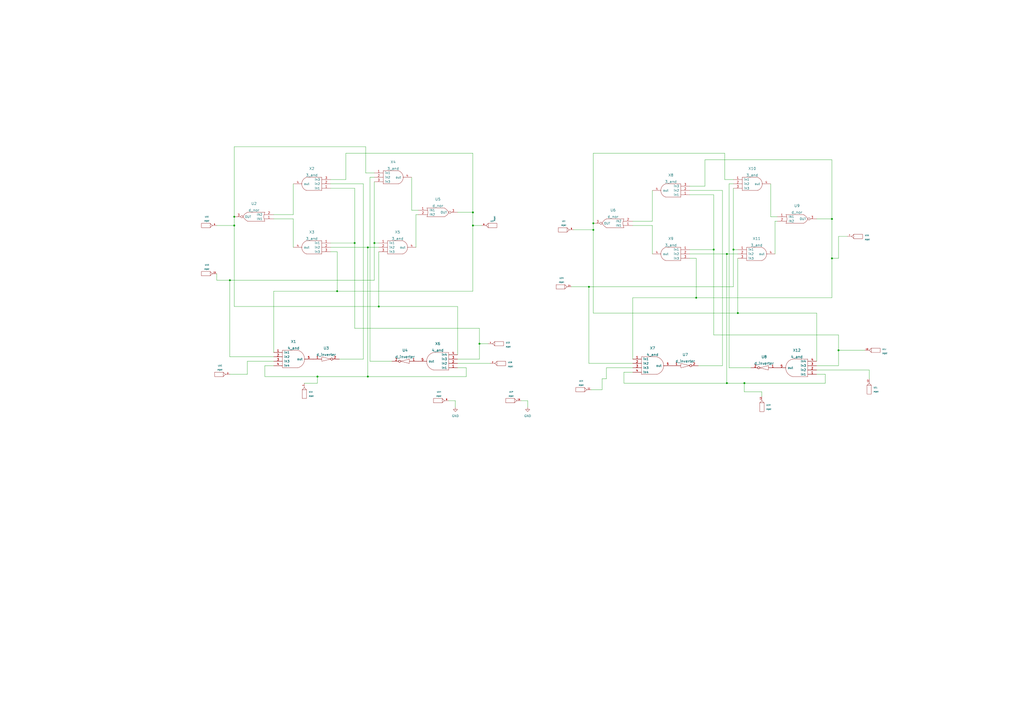
<source format=kicad_sch>
(kicad_sch (version 20211123) (generator eeschema)
  (paper "A2")
  (lib_symbols
    (symbol "eSim_Digital:d_inverter" (pin_names (offset 1.016))
      (property "Reference" "U" (at 0 -2.54 0))
      (property "Value" "d_inverter" (at 0 3.81 0))
      (symbol "d_inverter_0_1"
        (polyline (pts (xy -2.54 1.27) (xy -2.54 -1.27) (xy 2.54 0) (xy -2.54 1.27)))
      )
      (symbol "d_inverter_1_1"
        (pin input line (at -7.62 0 0) (length 5.08) (name "~") (number "1"))
        (pin output inverted (at 7.62 0 180) (length 5.08) (name "~") (number "2"))
      )
    )
    (symbol "eSim_Digital:d_nor" (pin_names (offset 1.016))
      (property "Reference" "U" (at 0 0 0))
      (property "Value" "d_nor" (at 1.27 2.54 0))
      (symbol "d_nor_0_1"
        (arc (start -6.35 -1.27) (mid -5.7504 1.27) (end -6.35 3.81))
        (polyline (pts (xy -6.35 -1.27) (xy 3.81 -1.27)))
        (polyline (pts (xy -6.35 3.81) (xy 3.81 3.81)))
        (arc (start 3.81 -1.27) (mid 5.3181 -0.2399) (end 6.35 1.27))
        (arc (start 6.35 1.27) (mid 5.2222 2.6828) (end 3.81 3.81))
      )
      (symbol "d_nor_1_1"
        (pin input line (at -11.43 2.54 0) (length 5.461) (name "IN1") (number "1"))
        (pin input line (at -11.43 0 0) (length 5.461) (name "IN2") (number "2"))
        (pin output inverted (at 11.43 1.27 180) (length 5.08) (name "OUT") (number "3"))
      )
    )
    (symbol "eSim_Miscellaneous:PORT" (pin_names (offset 1.016))
      (property "Reference" "U" (at 1.27 2.54 0))
      (property "Value" "PORT" (at 0 0 0))
      (symbol "PORT_0_1"
        (rectangle (start -2.54 1.27) (end 2.54 -1.27))
        (arc (start 2.54 1.27) (mid 3.1355 0.5955) (end 3.81 0))
        (arc (start 3.81 0) (mid 3.1447 -0.6046) (end 2.54 -1.27))
      )
      (symbol "PORT_1_1"
        (pin bidirectional line (at 6.35 0 180) (length 2.54) (name "~") (number "1"))
      )
      (symbol "PORT_2_1"
        (pin bidirectional line (at 6.35 0 180) (length 2.54) (name "~") (number "2"))
      )
      (symbol "PORT_3_1"
        (pin bidirectional line (at 6.35 0 180) (length 2.54) (name "~") (number "3"))
      )
      (symbol "PORT_4_1"
        (pin bidirectional line (at 6.35 0 180) (length 2.54) (name "~") (number "4"))
      )
      (symbol "PORT_5_1"
        (pin bidirectional line (at 6.35 0 180) (length 2.54) (name "~") (number "5"))
      )
      (symbol "PORT_6_1"
        (pin bidirectional line (at 6.35 0 180) (length 2.54) (name "~") (number "6"))
      )
      (symbol "PORT_7_1"
        (pin bidirectional line (at 6.35 0 180) (length 2.54) (name "~") (number "7"))
      )
      (symbol "PORT_8_1"
        (pin bidirectional line (at 6.35 0 180) (length 2.54) (name "~") (number "8"))
      )
      (symbol "PORT_9_1"
        (pin bidirectional line (at 6.35 0 180) (length 2.54) (name "~") (number "9"))
      )
      (symbol "PORT_10_1"
        (pin bidirectional line (at 6.35 0 180) (length 2.54) (name "~") (number "10"))
      )
      (symbol "PORT_11_1"
        (pin bidirectional line (at 6.35 0 180) (length 2.54) (name "~") (number "11"))
      )
      (symbol "PORT_12_1"
        (pin bidirectional line (at 6.35 0 180) (length 2.54) (name "~") (number "12"))
      )
      (symbol "PORT_13_1"
        (pin bidirectional line (at 6.35 0 180) (length 2.54) (name "~") (number "13"))
      )
      (symbol "PORT_14_1"
        (pin bidirectional line (at 6.35 0 180) (length 2.54) (name "~") (number "14"))
      )
      (symbol "PORT_15_1"
        (pin bidirectional line (at 6.35 0 180) (length 2.54) (name "~") (number "15"))
      )
      (symbol "PORT_16_1"
        (pin bidirectional line (at 6.35 0 180) (length 2.54) (name "~") (number "16"))
      )
      (symbol "PORT_17_1"
        (pin bidirectional line (at 6.35 0 180) (length 2.54) (name "~") (number "17"))
      )
      (symbol "PORT_18_1"
        (pin bidirectional line (at 6.35 0 180) (length 2.54) (name "~") (number "18"))
      )
      (symbol "PORT_19_1"
        (pin bidirectional line (at 6.35 0 180) (length 2.54) (name "~") (number "19"))
      )
      (symbol "PORT_20_1"
        (pin bidirectional line (at 6.35 0 180) (length 2.54) (name "~") (number "20"))
      )
      (symbol "PORT_21_1"
        (pin bidirectional line (at 6.35 0 180) (length 2.54) (name "~") (number "21"))
      )
      (symbol "PORT_22_1"
        (pin bidirectional line (at 6.35 0 180) (length 2.54) (name "~") (number "22"))
      )
      (symbol "PORT_23_1"
        (pin bidirectional line (at 6.35 0 180) (length 2.54) (name "~") (number "23"))
      )
      (symbol "PORT_24_1"
        (pin bidirectional line (at 6.35 0 180) (length 2.54) (name "~") (number "24"))
      )
      (symbol "PORT_25_1"
        (pin bidirectional line (at 6.35 0 180) (length 2.54) (name "~") (number "25"))
      )
      (symbol "PORT_26_1"
        (pin bidirectional line (at 6.35 0 180) (length 2.54) (name "~") (number "26"))
      )
    )
    (symbol "eSim_Power:eSim_GND" (power) (pin_names (offset 0))
      (property "Value" "eSim_GND" (at 0 -3.81 0))
      (symbol "eSim_GND_0_1"
        (polyline (pts (xy 0 0) (xy 0 -1.27) (xy 1.27 -1.27) (xy 0 -2.54) (xy -1.27 -1.27) (xy 0 -1.27)))
      )
      (symbol "eSim_GND_1_1"
        (pin power_in line (at 0 0 270) (length 0) hide (name "GND") (number "1"))
      )
    )
    (symbol "eSim_Subckt:3_and" (pin_names (offset 1.016))
      (property "Reference" "X" (at 2.54 -1.27 0))
      (property "Value" "3_and" (at 3.81 3.81 0))
      (symbol "3_and_0_1"
        (polyline (pts (xy -3.81 5.08) (xy 5.08 5.08)))
        (polyline (pts (xy -3.81 5.08) (xy -3.81 -2.54) (xy 5.08 -2.54)))
        (arc (start 5.08 -2.54) (mid 7.8261 1.27) (end 5.08 5.08))
      )
      (symbol "3_and_1_1"
        (pin input line (at -8.89 3.81 0) (length 5.08) (name "in1") (number "1"))
        (pin input line (at -8.89 1.27 0) (length 5.08) (name "in2") (number "2"))
        (pin input line (at -8.89 -1.27 0) (length 5.08) (name "in3") (number "3"))
        (pin output line (at 12.7 1.27 180) (length 5.08) (name "out") (number "4"))
      )
    )
    (symbol "eSim_Subckt:4_and" (pin_names (offset 1.016))
      (property "Reference" "X" (at 1.27 -1.27 0))
      (property "Value" "4_and" (at 2.54 2.54 0))
      (symbol "4_and_0_1"
        (polyline (pts (xy -5.08 5.08) (xy 3.81 5.08)))
        (polyline (pts (xy -5.08 5.08) (xy -5.08 -5.08) (xy 1.27 -5.08) (xy 3.81 -5.08)))
        (arc (start 3.81 -5.08) (mid 7.7763 0) (end 3.81 5.08))
      )
      (symbol "4_and_1_1"
        (pin input line (at -10.16 3.81 0) (length 5.08) (name "in1") (number "1"))
        (pin input line (at -10.16 1.27 0) (length 5.08) (name "in2") (number "2"))
        (pin input line (at -10.16 -1.27 0) (length 5.08) (name "in3") (number "3"))
        (pin input line (at -10.16 -3.81 0) (length 5.08) (name "in4") (number "4"))
        (pin output line (at 12.7 0 180) (length 5.08) (name "out") (number "5"))
      )
    )
  )
  (junction (at 344.17 133.35))
  (junction (at 135.89 125.73))
  (junction (at 403.86 172.72))
  (junction (at 217.17 140.97))
  (junction (at 205.74 140.97))
  (junction (at 274.32 123.19))
  (junction (at 184.15 218.44))
  (junction (at 425.45 144.78))
  (junction (at 421.64 147.32))
  (junction (at 278.13 199.39))
  (junction (at 344.17 129.54))
  (junction (at 133.35 162.56))
  (junction (at 213.36 218.44))
  (junction (at 341.63 166.37))
  (junction (at 431.8 222.25))
  (junction (at 195.58 168.91))
  (junction (at 414.02 144.78))
  (junction (at 213.36 143.51))
  (junction (at 482.6 127))
  (junction (at 486.41 203.2))
  (junction (at 274.32 130.81))
  (junction (at 421.64 222.25))
  (junction (at 482.6 149.86))
  (junction (at 219.71 177.8))
  (junction (at 427.99 181.61))
  (junction (at 135.89 130.81))
  (wire (pts (xy 274.32 88.9) (xy 274.32 123.19)))
  (wire (pts (xy 133.35 207.01) (xy 133.35 162.56)))
  (wire (pts (xy 425.45 144.78) (xy 425.45 166.37)))
  (wire (pts (xy 158.75 207.01) (xy 133.35 207.01)))
  (wire (pts (xy 419.1 110.49) (xy 400.05 110.49)))
  (wire (pts (xy 214.63 209.55) (xy 227.33 209.55)))
  (wire (pts (xy 486.41 203.2) (xy 486.41 212.09)))
  (wire (pts (xy 473.71 181.61) (xy 427.99 181.61)))
  (wire (pts (xy 449.58 147.32) (xy 449.58 128.27)))
  (wire (pts (xy 196.85 208.28) (xy 210.82 208.28)))
  (wire (pts (xy 278.13 199.39) (xy 278.13 208.28)))
  (wire (pts (xy 421.64 147.32) (xy 421.64 222.25)))
  (wire (pts (xy 191.77 143.51) (xy 213.36 143.51)))
  (wire (pts (xy 241.3 124.46) (xy 242.57 124.46)))
  (wire (pts (xy 176.53 222.25) (xy 184.15 222.25)))
  (wire (pts (xy 213.36 143.51) (xy 213.36 218.44)))
  (wire (pts (xy 344.17 129.54) (xy 344.17 133.35)))
  (wire (pts (xy 135.89 130.81) (xy 135.89 125.73)))
  (wire (pts (xy 238.76 102.87) (xy 238.76 121.92)))
  (wire (pts (xy 378.46 128.27) (xy 367.03 128.27)))
  (wire (pts (xy 191.77 140.97) (xy 205.74 140.97)))
  (wire (pts (xy 205.74 140.97) (xy 205.74 190.5)))
  (wire (pts (xy 367.03 215.9) (xy 361.95 215.9)))
  (wire (pts (xy 170.18 127) (xy 158.75 127)))
  (wire (pts (xy 217.17 105.41) (xy 217.17 140.97)))
  (wire (pts (xy 486.41 194.31) (xy 486.41 203.2)))
  (wire (pts (xy 170.18 106.68) (xy 170.18 124.46)))
  (wire (pts (xy 265.43 177.8) (xy 219.71 177.8)))
  (wire (pts (xy 332.74 133.35) (xy 344.17 133.35)))
  (wire (pts (xy 482.6 127) (xy 482.6 149.86)))
  (wire (pts (xy 400.05 147.32) (xy 421.64 147.32)))
  (wire (pts (xy 414.02 194.31) (xy 486.41 194.31)))
  (wire (pts (xy 431.8 222.25) (xy 431.8 227.33)))
  (wire (pts (xy 414.02 144.78) (xy 414.02 194.31)))
  (wire (pts (xy 378.46 147.32) (xy 378.46 130.81)))
  (wire (pts (xy 422.91 106.68) (xy 422.91 213.36)))
  (wire (pts (xy 200.66 88.9) (xy 274.32 88.9)))
  (wire (pts (xy 191.77 109.22) (xy 205.74 109.22)))
  (wire (pts (xy 400.05 144.78) (xy 414.02 144.78)))
  (wire (pts (xy 425.45 144.78) (xy 427.99 144.78)))
  (wire (pts (xy 447.04 106.68) (xy 447.04 125.73)))
  (wire (pts (xy 274.32 123.19) (xy 274.32 130.81)))
  (wire (pts (xy 191.77 104.14) (xy 200.66 104.14)))
  (wire (pts (xy 403.86 172.72) (xy 482.6 172.72)))
  (wire (pts (xy 158.75 204.47) (xy 158.75 168.91)))
  (wire (pts (xy 270.51 213.36) (xy 265.43 213.36)))
  (wire (pts (xy 158.75 212.09) (xy 153.67 212.09)))
  (wire (pts (xy 341.63 210.82) (xy 341.63 166.37)))
  (wire (pts (xy 408.94 92.71) (xy 482.6 92.71)))
  (wire (pts (xy 425.45 106.68) (xy 422.91 106.68)))
  (wire (pts (xy 214.63 102.87) (xy 214.63 209.55)))
  (wire (pts (xy 170.18 124.46) (xy 158.75 124.46)))
  (wire (pts (xy 361.95 222.25) (xy 421.64 222.25)))
  (wire (pts (xy 447.04 125.73) (xy 450.85 125.73)))
  (wire (pts (xy 238.76 121.92) (xy 242.57 121.92)))
  (wire (pts (xy 419.1 212.09) (xy 419.1 110.49)))
  (wire (pts (xy 400.05 149.86) (xy 403.86 149.86)))
  (wire (pts (xy 143.51 209.55) (xy 143.51 217.17)))
  (wire (pts (xy 378.46 110.49) (xy 378.46 128.27)))
  (wire (pts (xy 205.74 190.5) (xy 278.13 190.5)))
  (wire (pts (xy 400.05 113.03) (xy 414.02 113.03)))
  (wire (pts (xy 153.67 212.09) (xy 153.67 218.44)))
  (wire (pts (xy 158.75 209.55) (xy 143.51 209.55)))
  (wire (pts (xy 212.09 85.09) (xy 212.09 100.33)))
  (wire (pts (xy 133.35 217.17) (xy 143.51 217.17)))
  (wire (pts (xy 473.71 209.55) (xy 473.71 181.61)))
  (wire (pts (xy 414.02 113.03) (xy 414.02 144.78)))
  (wire (pts (xy 274.32 130.81) (xy 274.32 168.91)))
  (wire (pts (xy 408.94 107.95) (xy 408.94 92.71)))
  (wire (pts (xy 344.17 133.35) (xy 344.17 181.61)))
  (wire (pts (xy 217.17 140.97) (xy 219.71 140.97)))
  (wire (pts (xy 486.41 137.16) (xy 491.49 137.16)))
  (wire (pts (xy 405.13 212.09) (xy 419.1 212.09)))
  (wire (pts (xy 184.15 218.44) (xy 213.36 218.44)))
  (wire (pts (xy 278.13 199.39) (xy 283.21 199.39)))
  (wire (pts (xy 191.77 146.05) (xy 195.58 146.05)))
  (wire (pts (xy 270.51 218.44) (xy 270.51 213.36)))
  (wire (pts (xy 125.73 158.75) (xy 125.73 162.56)))
  (wire (pts (xy 421.64 222.25) (xy 431.8 222.25)))
  (wire (pts (xy 361.95 215.9) (xy 361.95 222.25)))
  (wire (pts (xy 306.07 232.41) (xy 302.26 232.41)))
  (wire (pts (xy 158.75 168.91) (xy 195.58 168.91)))
  (wire (pts (xy 342.9 226.06) (xy 349.25 226.06)))
  (wire (pts (xy 486.41 203.2) (xy 501.65 203.2)))
  (wire (pts (xy 217.17 102.87) (xy 214.63 102.87)))
  (wire (pts (xy 427.99 149.86) (xy 427.99 181.61)))
  (wire (pts (xy 403.86 149.86) (xy 403.86 172.72)))
  (wire (pts (xy 349.25 219.71) (xy 351.79 219.71)))
  (wire (pts (xy 212.09 100.33) (xy 217.17 100.33)))
  (wire (pts (xy 367.03 213.36) (xy 351.79 213.36)))
  (wire (pts (xy 344.17 129.54) (xy 344.17 88.9)))
  (wire (pts (xy 482.6 149.86) (xy 486.41 149.86)))
  (wire (pts (xy 367.03 210.82) (xy 341.63 210.82)))
  (wire (pts (xy 278.13 208.28) (xy 265.43 208.28)))
  (wire (pts (xy 264.16 236.22) (xy 264.16 232.41)))
  (wire (pts (xy 125.73 162.56) (xy 133.35 162.56)))
  (wire (pts (xy 441.96 227.33) (xy 431.8 227.33)))
  (wire (pts (xy 210.82 106.68) (xy 191.77 106.68)))
  (wire (pts (xy 422.91 213.36) (xy 435.61 213.36)))
  (wire (pts (xy 200.66 104.14) (xy 200.66 88.9)))
  (wire (pts (xy 486.41 149.86) (xy 486.41 137.16)))
  (wire (pts (xy 486.41 212.09) (xy 473.71 212.09)))
  (wire (pts (xy 378.46 130.81) (xy 367.03 130.81)))
  (wire (pts (xy 219.71 143.51) (xy 213.36 143.51)))
  (wire (pts (xy 135.89 177.8) (xy 135.89 130.81)))
  (wire (pts (xy 306.07 236.22) (xy 306.07 232.41)))
  (wire (pts (xy 264.16 232.41) (xy 260.35 232.41)))
  (wire (pts (xy 367.03 172.72) (xy 403.86 172.72)))
  (wire (pts (xy 449.58 128.27) (xy 450.85 128.27)))
  (wire (pts (xy 344.17 88.9) (xy 420.37 88.9)))
  (wire (pts (xy 153.67 218.44) (xy 184.15 218.44)))
  (wire (pts (xy 213.36 218.44) (xy 270.51 218.44)))
  (wire (pts (xy 133.35 162.56) (xy 217.17 162.56)))
  (wire (pts (xy 420.37 88.9) (xy 420.37 104.14)))
  (wire (pts (xy 504.19 214.63) (xy 504.19 219.71)))
  (wire (pts (xy 427.99 181.61) (xy 344.17 181.61)))
  (wire (pts (xy 195.58 146.05) (xy 195.58 168.91)))
  (wire (pts (xy 482.6 92.71) (xy 482.6 127)))
  (wire (pts (xy 278.13 190.5) (xy 278.13 199.39)))
  (wire (pts (xy 420.37 104.14) (xy 425.45 104.14)))
  (wire (pts (xy 219.71 146.05) (xy 219.71 177.8)))
  (wire (pts (xy 219.71 177.8) (xy 135.89 177.8)))
  (wire (pts (xy 184.15 218.44) (xy 184.15 222.25)))
  (wire (pts (xy 125.73 130.81) (xy 135.89 130.81)))
  (wire (pts (xy 441.96 229.87) (xy 441.96 227.33)))
  (wire (pts (xy 274.32 123.19) (xy 265.43 123.19)))
  (wire (pts (xy 478.79 217.17) (xy 473.71 217.17)))
  (wire (pts (xy 195.58 168.91) (xy 274.32 168.91)))
  (wire (pts (xy 427.99 147.32) (xy 421.64 147.32)))
  (wire (pts (xy 241.3 143.51) (xy 241.3 124.46)))
  (wire (pts (xy 431.8 222.25) (xy 478.79 222.25)))
  (wire (pts (xy 170.18 143.51) (xy 170.18 127)))
  (wire (pts (xy 473.71 214.63) (xy 504.19 214.63)))
  (wire (pts (xy 135.89 85.09) (xy 212.09 85.09)))
  (wire (pts (xy 274.32 130.81) (xy 279.4 130.81)))
  (wire (pts (xy 265.43 205.74) (xy 265.43 177.8)))
  (wire (pts (xy 351.79 219.71) (xy 351.79 213.36)))
  (wire (pts (xy 482.6 149.86) (xy 482.6 172.72)))
  (wire (pts (xy 425.45 109.22) (xy 425.45 144.78)))
  (wire (pts (xy 349.25 226.06) (xy 349.25 219.71)))
  (wire (pts (xy 265.43 210.82) (xy 284.48 210.82)))
  (wire (pts (xy 210.82 208.28) (xy 210.82 106.68)))
  (wire (pts (xy 367.03 208.28) (xy 367.03 172.72)))
  (wire (pts (xy 400.05 107.95) (xy 408.94 107.95)))
  (wire (pts (xy 331.47 166.37) (xy 341.63 166.37)))
  (wire (pts (xy 217.17 140.97) (xy 217.17 162.56)))
  (wire (pts (xy 341.63 166.37) (xy 425.45 166.37)))
  (wire (pts (xy 478.79 222.25) (xy 478.79 217.17)))
  (wire (pts (xy 205.74 109.22) (xy 205.74 140.97)))
  (wire (pts (xy 482.6 127) (xy 473.71 127)))
  (wire (pts (xy 135.89 125.73) (xy 135.89 85.09)))
  (symbol (lib_id "eSim_Subckt:3_and") (at 182.88 144.78 0) (mirror y) (unit 1)
    (property "Reference" "X3" (at 180.8719 134.62 0) (effects (font (size 1.524 1.524))))
    (property "Value" "3_and" (at 180.8719 138.43 0) (effects (font (size 1.524 1.524))))
  )
  (symbol (lib_id "eSim_Digital:d_inverter") (at 397.51 212.09 0) (unit 1)
    (property "Reference" "U7" (at 397.51 205.74 0) (effects (font (size 1.524 1.524))))
    (property "Value" "d_inverter" (at 397.51 209.55 0) (effects (font (size 1.524 1.524))))
  )
  (symbol (lib_id "eSim_Digital:d_nor") (at 254 124.46 0) (unit 1)
    (property "Reference" "U5" (at 254 115.57 0) (effects (font (size 1.524 1.524))))
    (property "Value" "d_nor" (at 254 119.38 0) (effects (font (size 1.524 1.524))))
  )
  (symbol (lib_id "eSim_Digital:d_nor") (at 147.32 124.46 180) (unit 1)
    (property "Reference" "U2" (at 147.32 118.11 0) (effects (font (size 1.524 1.524))))
    (property "Value" "d_nor" (at 147.32 121.92 0) (effects (font (size 1.524 1.524))))
  )
  (symbol (lib_id "eSim_Digital:d_nor") (at 462.28 128.27 0) (unit 1)
    (property "Reference" "U9" (at 462.28 119.38 0) (effects (font (size 1.524 1.524))))
    (property "Value" "d_nor" (at 462.28 123.19 0) (effects (font (size 1.524 1.524))))
  )
  (symbol (lib_id "eSim_Digital:d_inverter") (at 443.23 213.36 180) (unit 1)
    (property "Reference" "U8" (at 443.23 207.01 0) (effects (font (size 1.524 1.524))))
    (property "Value" "d_inverter" (at 443.23 210.82 0) (effects (font (size 1.524 1.524))))
  )
  (symbol (lib_id "eSim_Digital:d_nor") (at 355.6 128.27 180) (unit 1)
    (property "Reference" "U6" (at 355.6 121.92 0) (effects (font (size 1.524 1.524))))
    (property "Value" "d_nor" (at 355.6 125.73 0) (effects (font (size 1.524 1.524))))
  )
  (symbol (lib_id "eSim_Subckt:3_and") (at 436.88 148.59 0) (unit 1)
    (property "Reference" "X11" (at 438.888 138.43 0) (effects (font (size 1.524 1.524))))
    (property "Value" "3_and" (at 438.888 142.24 0) (effects (font (size 1.524 1.524))))
  )
  (symbol (lib_id "eSim_Miscellaneous:PORT") (at 326.39 133.35 0) (unit 9)
    (property "Reference" "U1" (at 327.025 128.27 0) (effects (font (size 0.762 0.762))))
    (property "Value" "PORT" (at 327.025 130.81 0) (effects (font (size 0.762 0.762))))
  )
  (symbol (lib_id "eSim_Subckt:4_and") (at 377.19 212.09 0) (unit 1)
    (property "Reference" "X7" (at 378.5381 201.93 0) (effects (font (size 1.524 1.524))))
    (property "Value" "4_and" (at 378.5381 205.74 0) (effects (font (size 1.524 1.524))))
  )
  (symbol (lib_id "eSim_Subckt:4_and") (at 168.91 208.28 0) (unit 1)
    (property "Reference" "X1" (at 170.2581 198.12 0) (effects (font (size 1.524 1.524))))
    (property "Value" "4_and" (at 170.2581 201.93 0) (effects (font (size 1.524 1.524))))
  )
  (symbol (lib_id "eSim_Miscellaneous:PORT") (at 254 232.41 0) (unit 8)
    (property "Reference" "U1" (at 254.635 227.33 0) (effects (font (size 0.762 0.762))))
    (property "Value" "PORT" (at 254.635 229.87 0) (effects (font (size 0.762 0.762))))
  )
  (symbol (lib_id "eSim_Digital:d_inverter") (at 189.23 208.28 0) (unit 1)
    (property "Reference" "U3" (at 189.23 201.93 0) (effects (font (size 1.524 1.524))))
    (property "Value" "d_inverter" (at 189.23 205.74 0) (effects (font (size 1.524 1.524))))
  )
  (symbol (lib_id "eSim_Miscellaneous:PORT") (at 504.19 226.06 90) (unit 12)
    (property "Reference" "U1" (at 506.73 224.79 90) (effects (font (size 0.762 0.762)) (justify right)))
    (property "Value" "PORT" (at 506.73 227.33 90) (effects (font (size 0.762 0.762)) (justify right)))
  )
  (symbol (lib_id "eSim_Miscellaneous:PORT") (at 176.53 228.6 90) (unit 1)
    (property "Reference" "U1" (at 179.07 227.33 90) (effects (font (size 0.762 0.762)) (justify right)))
    (property "Value" "PORT" (at 179.07 229.87 90) (effects (font (size 0.762 0.762)) (justify right)))
  )
  (symbol (lib_id "eSim_Miscellaneous:PORT") (at 295.91 232.41 0) (unit 16)
    (property "Reference" "U1" (at 296.545 227.33 0) (effects (font (size 0.762 0.762))))
    (property "Value" "PORT" (at 296.545 229.87 0) (effects (font (size 0.762 0.762))))
  )
  (symbol (lib_id "eSim_Miscellaneous:PORT") (at 497.84 137.16 180) (unit 7)
    (property "Reference" "U1" (at 501.65 136.525 0) (effects (font (size 0.762 0.762)) (justify right)))
    (property "Value" "PORT" (at 501.65 139.065 0) (effects (font (size 0.762 0.762)) (justify right)))
  )
  (symbol (lib_id "eSim_Subckt:3_and") (at 226.06 104.14 0) (unit 1)
    (property "Reference" "X4" (at 228.068 93.98 0) (effects (font (size 1.524 1.524))))
    (property "Value" "3_and" (at 228.068 97.79 0) (effects (font (size 1.524 1.524))))
  )
  (symbol (lib_id "eSim_Subckt:3_and") (at 391.16 109.22 180) (unit 1)
    (property "Reference" "X8" (at 389.1519 101.6 0) (effects (font (size 1.524 1.524))))
    (property "Value" "3_and" (at 389.1519 105.41 0) (effects (font (size 1.524 1.524))))
  )
  (symbol (lib_id "eSim_Subckt:3_and") (at 228.6 144.78 0) (unit 1)
    (property "Reference" "X5" (at 230.608 134.62 0) (effects (font (size 1.524 1.524))))
    (property "Value" "3_and" (at 230.608 138.43 0) (effects (font (size 1.524 1.524))))
  )
  (symbol (lib_id "eSim_Miscellaneous:PORT") (at 127 217.17 0) (unit 3)
    (property "Reference" "U1" (at 127.635 212.09 0) (effects (font (size 0.762 0.762))))
    (property "Value" "PORT" (at 127.635 214.63 0) (effects (font (size 0.762 0.762))))
  )
  (symbol (lib_id "eSim_Subckt:3_and") (at 182.88 105.41 180) (unit 1)
    (property "Reference" "X2" (at 180.8719 97.79 0) (effects (font (size 1.524 1.524))))
    (property "Value" "3_and" (at 180.8719 101.6 0) (effects (font (size 1.524 1.524))))
  )
  (symbol (lib_id "eSim_Miscellaneous:PORT") (at 289.56 199.39 180) (unit 4)
    (property "Reference" "U1" (at 293.37 198.755 0) (effects (font (size 0.762 0.762)) (justify right)))
    (property "Value" "PORT" (at 293.37 201.295 0) (effects (font (size 0.762 0.762)) (justify right)))
  )
  (symbol (lib_id "eSim_Miscellaneous:PORT") (at 441.96 236.22 90) (unit 13)
    (property "Reference" "U1" (at 444.5 234.95 90) (effects (font (size 0.762 0.762)) (justify right)))
    (property "Value" "PORT" (at 444.5 237.49 90) (effects (font (size 0.762 0.762)) (justify right)))
  )
  (symbol (lib_id "eSim_Miscellaneous:PORT") (at 285.75 130.81 180) (unit 6)
    (property "Reference" "U1" (at 284.48 128.27 0) (effects (font (size 0.762 0.762)) (justify right)))
    (property "Value" "PORT" (at 287.02 128.27 90) (effects (font (size 0.762 0.762)) (justify right)))
  )
  (symbol (lib_id "eSim_Miscellaneous:PORT") (at 325.12 166.37 0) (unit 14)
    (property "Reference" "U1" (at 325.755 161.29 0) (effects (font (size 0.762 0.762))))
    (property "Value" "PORT" (at 325.755 163.83 0) (effects (font (size 0.762 0.762))))
  )
  (symbol (lib_id "eSim_Miscellaneous:PORT") (at 508 203.2 180) (unit 10)
    (property "Reference" "U1" (at 511.81 202.565 0) (effects (font (size 0.762 0.762)) (justify right)))
    (property "Value" "PORT" (at 511.81 205.105 0) (effects (font (size 0.762 0.762)) (justify right)))
  )
  (symbol (lib_id "eSim_Subckt:3_and") (at 391.16 148.59 0) (mirror y) (unit 1)
    (property "Reference" "X9" (at 389.1519 138.43 0) (effects (font (size 1.524 1.524))))
    (property "Value" "3_and" (at 389.1519 142.24 0) (effects (font (size 1.524 1.524))))
  )
  (symbol (lib_id "eSim_Miscellaneous:PORT") (at 290.83 210.82 180) (unit 2)
    (property "Reference" "U1" (at 294.64 210.185 0) (effects (font (size 0.762 0.762)) (justify right)))
    (property "Value" "PORT" (at 294.64 212.725 0) (effects (font (size 0.762 0.762)) (justify right)))
  )
  (symbol (lib_id "eSim_Miscellaneous:PORT") (at 336.55 226.06 0) (unit 11)
    (property "Reference" "U1" (at 337.185 220.98 0) (effects (font (size 0.762 0.762))))
    (property "Value" "PORT" (at 337.185 223.52 0) (effects (font (size 0.762 0.762))))
  )
  (symbol (lib_id "eSim_Miscellaneous:PORT") (at 119.38 158.75 0) (unit 15)
    (property "Reference" "U1" (at 120.015 153.67 0) (effects (font (size 0.762 0.762))))
    (property "Value" "PORT" (at 120.015 156.21 0) (effects (font (size 0.762 0.762))))
  )
  (symbol (lib_id "eSim_Digital:d_inverter") (at 234.95 209.55 180) (unit 1)
    (property "Reference" "U4" (at 234.95 203.2 0) (effects (font (size 1.524 1.524))))
    (property "Value" "d_inverter" (at 234.95 207.01 0) (effects (font (size 1.524 1.524))))
  )
  (symbol (lib_id "eSim_Subckt:3_and") (at 434.34 107.95 0) (unit 1)
    (property "Reference" "X10" (at 436.348 97.79 0) (effects (font (size 1.524 1.524))))
    (property "Value" "3_and" (at 436.348 101.6 0) (effects (font (size 1.524 1.524))))
  )
  (symbol (lib_id "eSim_Power:eSim_GND") (at 306.07 236.22 0) (unit 1)
    (property "Reference" "#PWR02" (effects hide))
    (property "Value" "eSim_GND" (at 306.07 241.3 0))
  )
  (symbol (lib_id "eSim_Subckt:4_and") (at 255.27 209.55 180) (unit 1)
    (property "Reference" "X6" (at 253.9218 199.39 0) (effects (font (size 1.524 1.524))))
    (property "Value" "4_and" (at 253.9218 203.2 0) (effects (font (size 1.524 1.524))))
  )
  (symbol (lib_id "eSim_Subckt:4_and") (at 463.55 213.36 180) (unit 1)
    (property "Reference" "X12" (at 462.2018 203.2 0) (effects (font (size 1.524 1.524))))
    (property "Value" "4_and" (at 462.2018 207.01 0) (effects (font (size 1.524 1.524))))
  )
  (symbol (lib_id "eSim_Power:eSim_GND") (at 264.16 236.22 0) (unit 1)
    (property "Reference" "#PWR01" (effects hide))
    (property "Value" "eSim_GND" (at 264.16 241.3 0))
  )
  (symbol (lib_id "eSim_Miscellaneous:PORT") (at 119.38 130.81 0) (unit 5)
    (property "Reference" "U1" (at 120.015 125.73 0) (effects (font (size 0.762 0.762))))
    (property "Value" "PORT" (at 120.015 128.27 0) (effects (font (size 0.762 0.762))))
  )
)
</source>
